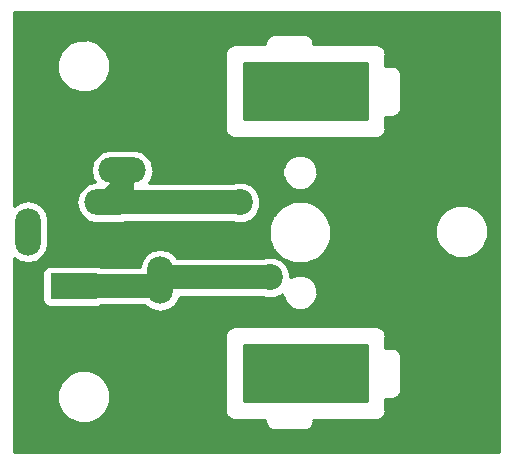
<source format=gtl>
G04 #@! TF.GenerationSoftware,KiCad,Pcbnew,(5.0.2)-1*
G04 #@! TF.CreationDate,2019-03-01T20:36:07+00:00*
G04 #@! TF.ProjectId,CherrySwitch,43686572-7279-4537-9769-7463682e6b69,rev?*
G04 #@! TF.SameCoordinates,Original*
G04 #@! TF.FileFunction,Copper,L1,Top*
G04 #@! TF.FilePolarity,Positive*
%FSLAX46Y46*%
G04 Gerber Fmt 4.6, Leading zero omitted, Abs format (unit mm)*
G04 Created by KiCad (PCBNEW (5.0.2)-1) date 01/03/2019 20:36:07*
%MOMM*%
%LPD*%
G01*
G04 APERTURE LIST*
G04 #@! TA.AperFunction,ComponentPad*
%ADD10R,4.000000X2.200000*%
G04 #@! TD*
G04 #@! TA.AperFunction,ComponentPad*
%ADD11O,2.200000X4.000000*%
G04 #@! TD*
G04 #@! TA.AperFunction,ComponentPad*
%ADD12O,4.000000X2.200000*%
G04 #@! TD*
G04 #@! TA.AperFunction,ComponentPad*
%ADD13C,2.200000*%
G04 #@! TD*
G04 #@! TA.AperFunction,Conductor*
%ADD14C,2.000000*%
G04 #@! TD*
G04 #@! TA.AperFunction,NonConductor*
%ADD15C,0.254000*%
G04 #@! TD*
G04 APERTURE END LIST*
D10*
G04 #@! TO.P,J1,T*
G04 #@! TO.N,Net-(J1-PadT)*
X126893001Y-72893001D03*
D11*
G04 #@! TO.P,J1,TN*
X134193001Y-72393001D03*
D12*
G04 #@! TO.P,J1,RN*
G04 #@! TO.N,Net-(J1-PadR)*
X129793001Y-65793001D03*
G04 #@! TO.P,J1,R*
X130993001Y-63093001D03*
D11*
G04 #@! TO.P,J1,S*
G04 #@! TO.N,Net-(J1-PadS)*
X122993001Y-68293001D03*
G04 #@! TD*
D13*
G04 #@! TO.P,SW1,1*
G04 #@! TO.N,Net-(J1-PadR)*
X140970000Y-65786000D03*
G04 #@! TO.P,SW1,2*
G04 #@! TO.N,Net-(J1-PadT)*
X143510000Y-72136000D03*
G04 #@! TD*
D14*
G04 #@! TO.N,Net-(J1-PadT)*
X143510000Y-72136000D02*
X134450002Y-72136000D01*
X134450002Y-72136000D02*
X133693001Y-72893001D01*
X133693001Y-72893001D02*
X126893001Y-72893001D01*
G04 #@! TO.N,Net-(J1-PadR)*
X140970000Y-65786000D02*
X129800002Y-65786000D01*
X129800002Y-65786000D02*
X130993001Y-64593001D01*
X130993001Y-64593001D02*
X130993001Y-63093001D01*
G04 #@! TD*
D15*
G36*
X162916000Y-86970000D02*
X121818000Y-86970000D01*
X121818000Y-81842346D01*
X125507974Y-81842346D01*
X125515000Y-82268390D01*
X125515000Y-82694569D01*
X125522320Y-82712240D01*
X125522635Y-82731363D01*
X125834640Y-83484610D01*
X125844347Y-83489682D01*
X125855259Y-83516026D01*
X126483974Y-84144741D01*
X126510318Y-84155653D01*
X126515390Y-84165360D01*
X126911708Y-84321914D01*
X127305431Y-84485000D01*
X127324560Y-84485000D01*
X127342346Y-84492026D01*
X127768390Y-84485000D01*
X128194569Y-84485000D01*
X128212240Y-84477680D01*
X128231363Y-84477365D01*
X128984610Y-84165360D01*
X128989682Y-84155653D01*
X129016026Y-84144741D01*
X129644741Y-83516026D01*
X129655653Y-83489682D01*
X129665360Y-83484610D01*
X129821914Y-83088292D01*
X129985000Y-82694569D01*
X129985000Y-82675440D01*
X129992026Y-82657654D01*
X129985000Y-82231610D01*
X129985000Y-81805431D01*
X129977680Y-81787760D01*
X129977365Y-81768637D01*
X129665360Y-81015390D01*
X129655653Y-81010318D01*
X129644741Y-80983974D01*
X129016026Y-80355259D01*
X128989682Y-80344347D01*
X128984610Y-80334640D01*
X128588292Y-80178086D01*
X128194569Y-80015000D01*
X128175440Y-80015000D01*
X128157654Y-80007974D01*
X127731610Y-80015000D01*
X127305431Y-80015000D01*
X127287760Y-80022320D01*
X127268637Y-80022635D01*
X126515390Y-80334640D01*
X126510318Y-80344347D01*
X126483974Y-80355259D01*
X125855259Y-80983974D01*
X125844347Y-81010318D01*
X125834640Y-81015390D01*
X125678086Y-81411708D01*
X125515000Y-81805431D01*
X125515000Y-81824560D01*
X125507974Y-81842346D01*
X121818000Y-81842346D01*
X121818000Y-77089000D01*
X139709974Y-77089000D01*
X139725400Y-77166552D01*
X139725401Y-80391000D01*
X139725400Y-80391000D01*
X139725400Y-83361448D01*
X139709974Y-83439000D01*
X139725400Y-83516552D01*
X139725400Y-83566000D01*
X139746529Y-83622778D01*
X139771085Y-83746228D01*
X139819353Y-83818467D01*
X139833938Y-83857658D01*
X139855377Y-83880719D01*
X139866221Y-83905973D01*
X139896848Y-83934446D01*
X139945116Y-84006684D01*
X140017354Y-84054952D01*
X140045827Y-84085579D01*
X140071081Y-84096423D01*
X140094142Y-84117862D01*
X140133333Y-84132447D01*
X140205572Y-84180715D01*
X140329022Y-84205270D01*
X140385800Y-84226400D01*
X140435248Y-84226400D01*
X140512800Y-84241826D01*
X140590352Y-84226400D01*
X143128731Y-84226400D01*
X143113574Y-84302600D01*
X143129000Y-84380152D01*
X143129000Y-84429600D01*
X143150129Y-84486378D01*
X143174685Y-84609828D01*
X143222953Y-84682067D01*
X143237538Y-84721258D01*
X143258977Y-84744319D01*
X143269821Y-84769573D01*
X143300448Y-84798046D01*
X143348716Y-84870284D01*
X143420954Y-84918552D01*
X143449427Y-84949179D01*
X143474681Y-84960023D01*
X143497742Y-84981462D01*
X143536933Y-84996047D01*
X143609172Y-85044315D01*
X143732622Y-85068870D01*
X143789400Y-85090000D01*
X143838848Y-85090000D01*
X143916400Y-85105426D01*
X143993952Y-85090000D01*
X146328048Y-85090000D01*
X146405600Y-85105426D01*
X146483152Y-85090000D01*
X146532600Y-85090000D01*
X146589378Y-85068870D01*
X146712828Y-85044315D01*
X146785067Y-84996047D01*
X146824258Y-84981462D01*
X146847319Y-84960023D01*
X146872573Y-84949179D01*
X146901046Y-84918552D01*
X146973284Y-84870284D01*
X147021552Y-84798046D01*
X147052179Y-84769573D01*
X147063023Y-84744319D01*
X147084462Y-84721258D01*
X147099047Y-84682067D01*
X147147315Y-84609828D01*
X147171871Y-84486378D01*
X147193000Y-84429600D01*
X147193000Y-84380152D01*
X147208426Y-84302600D01*
X147193269Y-84226400D01*
X152424048Y-84226400D01*
X152501600Y-84241826D01*
X152579152Y-84226400D01*
X152628600Y-84226400D01*
X152685378Y-84205270D01*
X152808828Y-84180715D01*
X152881067Y-84132447D01*
X152920258Y-84117862D01*
X152943319Y-84096423D01*
X152968573Y-84085579D01*
X152997046Y-84054952D01*
X153069284Y-84006684D01*
X153117552Y-83934446D01*
X153148179Y-83905973D01*
X153159023Y-83880719D01*
X153180462Y-83857658D01*
X153195047Y-83818467D01*
X153243315Y-83746228D01*
X153267871Y-83622778D01*
X153289000Y-83566000D01*
X153289000Y-83516552D01*
X153304426Y-83439000D01*
X153289000Y-83361448D01*
X153289000Y-82423000D01*
X153744848Y-82423000D01*
X153822400Y-82438426D01*
X154129628Y-82377315D01*
X154240784Y-82303043D01*
X154289373Y-82282179D01*
X154317846Y-82251552D01*
X154390084Y-82203284D01*
X154460012Y-82098629D01*
X154501262Y-82054258D01*
X154515847Y-82015067D01*
X154564115Y-81942828D01*
X154588670Y-81819378D01*
X154609800Y-81762600D01*
X154609800Y-78765400D01*
X154588670Y-78708622D01*
X154564115Y-78585172D01*
X154515847Y-78512933D01*
X154501262Y-78473742D01*
X154460012Y-78429371D01*
X154390084Y-78324716D01*
X154317846Y-78276448D01*
X154289373Y-78245821D01*
X154240783Y-78224957D01*
X154129627Y-78150685D01*
X153822400Y-78089574D01*
X153744848Y-78105000D01*
X153289000Y-78105000D01*
X153289000Y-77166552D01*
X153304426Y-77089000D01*
X153289000Y-77011448D01*
X153289000Y-76962000D01*
X153267871Y-76905222D01*
X153243315Y-76781772D01*
X153195047Y-76709533D01*
X153180462Y-76670342D01*
X153159023Y-76647281D01*
X153148179Y-76622027D01*
X153117552Y-76593554D01*
X153069284Y-76521316D01*
X152997046Y-76473048D01*
X152968573Y-76442421D01*
X152943319Y-76431577D01*
X152920258Y-76410138D01*
X152881067Y-76395553D01*
X152808828Y-76347285D01*
X152685378Y-76322730D01*
X152628600Y-76301600D01*
X152579152Y-76301600D01*
X152501600Y-76286174D01*
X152424048Y-76301600D01*
X140590352Y-76301600D01*
X140512800Y-76286174D01*
X140435248Y-76301600D01*
X140385800Y-76301600D01*
X140329022Y-76322730D01*
X140205572Y-76347285D01*
X140133333Y-76395553D01*
X140094142Y-76410138D01*
X140071081Y-76431577D01*
X140045827Y-76442421D01*
X140017354Y-76473048D01*
X139945116Y-76521316D01*
X139896848Y-76593554D01*
X139866221Y-76622027D01*
X139855377Y-76647281D01*
X139833938Y-76670342D01*
X139819353Y-76709533D01*
X139771085Y-76781772D01*
X139746529Y-76905222D01*
X139725400Y-76962000D01*
X139725400Y-77011448D01*
X139709974Y-77089000D01*
X121818000Y-77089000D01*
X121818000Y-71793001D01*
X124245561Y-71793001D01*
X124245561Y-73993001D01*
X124294844Y-74240766D01*
X124435192Y-74450810D01*
X124645236Y-74591158D01*
X124893001Y-74640441D01*
X128893001Y-74640441D01*
X129140766Y-74591158D01*
X129235286Y-74528001D01*
X132931536Y-74528001D01*
X132942137Y-74543866D01*
X133516039Y-74927335D01*
X134193001Y-75061991D01*
X134869964Y-74927335D01*
X135443866Y-74543866D01*
X135827335Y-73969964D01*
X135866911Y-73771000D01*
X142923465Y-73771000D01*
X143164887Y-73871000D01*
X143855113Y-73871000D01*
X144492799Y-73606862D01*
X144565000Y-73534661D01*
X144565000Y-73701385D01*
X144578149Y-73733130D01*
X144579685Y-73767458D01*
X144754741Y-74190080D01*
X144769358Y-74194749D01*
X144791078Y-74247185D01*
X145208815Y-74664922D01*
X145261251Y-74686642D01*
X145265920Y-74701259D01*
X145512392Y-74790668D01*
X145754615Y-74891000D01*
X145788976Y-74891000D01*
X145821279Y-74902718D01*
X146083208Y-74891000D01*
X146345385Y-74891000D01*
X146377130Y-74877851D01*
X146411458Y-74876315D01*
X146834080Y-74701259D01*
X146838749Y-74686642D01*
X146891185Y-74664922D01*
X147308922Y-74247185D01*
X147330642Y-74194749D01*
X147345259Y-74190080D01*
X147434668Y-73943608D01*
X147535000Y-73701385D01*
X147535000Y-73667024D01*
X147546718Y-73634721D01*
X147535000Y-73372792D01*
X147535000Y-73110615D01*
X147521851Y-73078870D01*
X147520315Y-73044542D01*
X147345259Y-72621920D01*
X147330642Y-72617251D01*
X147308922Y-72564815D01*
X146891185Y-72147078D01*
X146838749Y-72125358D01*
X146834080Y-72110741D01*
X146587608Y-72021332D01*
X146345385Y-71921000D01*
X146311024Y-71921000D01*
X146278721Y-71909282D01*
X146016792Y-71921000D01*
X145754615Y-71921000D01*
X145722870Y-71934149D01*
X145688542Y-71935685D01*
X145265920Y-72110741D01*
X145261251Y-72125358D01*
X145245000Y-72132090D01*
X145245000Y-71790887D01*
X144980862Y-71153201D01*
X144492799Y-70665138D01*
X143855113Y-70401000D01*
X143164887Y-70401000D01*
X142923465Y-70501000D01*
X135616833Y-70501000D01*
X135443866Y-70242136D01*
X134869963Y-69858667D01*
X134193001Y-69724011D01*
X133516038Y-69858667D01*
X132942136Y-70242136D01*
X132558667Y-70816039D01*
X132470755Y-71258001D01*
X129235286Y-71258001D01*
X129140766Y-71194844D01*
X128893001Y-71145561D01*
X124893001Y-71145561D01*
X124645236Y-71194844D01*
X124435192Y-71335192D01*
X124294844Y-71545236D01*
X124245561Y-71793001D01*
X121818000Y-71793001D01*
X121818000Y-70494556D01*
X122316039Y-70827335D01*
X122993001Y-70961991D01*
X123669964Y-70827335D01*
X124243866Y-70443866D01*
X124627335Y-69869964D01*
X124728001Y-69363881D01*
X124728001Y-67823012D01*
X143410881Y-67823012D01*
X143415000Y-68336655D01*
X143415000Y-68850134D01*
X143419199Y-68860271D01*
X143419287Y-68871247D01*
X143804257Y-69800647D01*
X143810175Y-69804171D01*
X143816155Y-69818608D01*
X144557392Y-70559845D01*
X144571829Y-70565825D01*
X144575353Y-70571743D01*
X145051483Y-70764504D01*
X145525866Y-70961000D01*
X145536838Y-70961000D01*
X145547012Y-70965119D01*
X146060655Y-70961000D01*
X146574134Y-70961000D01*
X146584271Y-70956801D01*
X146595247Y-70956713D01*
X147524647Y-70571743D01*
X147528171Y-70565825D01*
X147542608Y-70559845D01*
X148283845Y-69818608D01*
X148289825Y-69804171D01*
X148295743Y-69800647D01*
X148488504Y-69324517D01*
X148685000Y-68850134D01*
X148685000Y-68839162D01*
X148689119Y-68828988D01*
X148685000Y-68315345D01*
X148685000Y-67842346D01*
X157507974Y-67842346D01*
X157515000Y-68268390D01*
X157515000Y-68694569D01*
X157522320Y-68712240D01*
X157522635Y-68731363D01*
X157834640Y-69484610D01*
X157844347Y-69489682D01*
X157855259Y-69516026D01*
X158483974Y-70144741D01*
X158510318Y-70155653D01*
X158515390Y-70165360D01*
X158911708Y-70321914D01*
X159305431Y-70485000D01*
X159324560Y-70485000D01*
X159342346Y-70492026D01*
X159768390Y-70485000D01*
X160194569Y-70485000D01*
X160212240Y-70477680D01*
X160231363Y-70477365D01*
X160984610Y-70165360D01*
X160989682Y-70155653D01*
X161016026Y-70144741D01*
X161644741Y-69516026D01*
X161655653Y-69489682D01*
X161665360Y-69484610D01*
X161821914Y-69088292D01*
X161985000Y-68694569D01*
X161985000Y-68675440D01*
X161992026Y-68657654D01*
X161985000Y-68231610D01*
X161985000Y-67805431D01*
X161977680Y-67787760D01*
X161977365Y-67768637D01*
X161665360Y-67015390D01*
X161655653Y-67010318D01*
X161644741Y-66983974D01*
X161016026Y-66355259D01*
X160989682Y-66344347D01*
X160984610Y-66334640D01*
X160588292Y-66178086D01*
X160194569Y-66015000D01*
X160175440Y-66015000D01*
X160157654Y-66007974D01*
X159731610Y-66015000D01*
X159305431Y-66015000D01*
X159287760Y-66022320D01*
X159268637Y-66022635D01*
X158515390Y-66334640D01*
X158510318Y-66344347D01*
X158483974Y-66355259D01*
X157855259Y-66983974D01*
X157844347Y-67010318D01*
X157834640Y-67015390D01*
X157678086Y-67411708D01*
X157515000Y-67805431D01*
X157515000Y-67824560D01*
X157507974Y-67842346D01*
X148685000Y-67842346D01*
X148685000Y-67801866D01*
X148680801Y-67791729D01*
X148680713Y-67780753D01*
X148295743Y-66851353D01*
X148289825Y-66847829D01*
X148283845Y-66833392D01*
X147542608Y-66092155D01*
X147528171Y-66086175D01*
X147524647Y-66080257D01*
X147048517Y-65887496D01*
X146574134Y-65691000D01*
X146563162Y-65691000D01*
X146552988Y-65686881D01*
X146039345Y-65691000D01*
X145525866Y-65691000D01*
X145515729Y-65695199D01*
X145504753Y-65695287D01*
X144575353Y-66080257D01*
X144571829Y-66086175D01*
X144557392Y-66092155D01*
X143816155Y-66833392D01*
X143810175Y-66847829D01*
X143804257Y-66851353D01*
X143611496Y-67327483D01*
X143415000Y-67801866D01*
X143415000Y-67812838D01*
X143410881Y-67823012D01*
X124728001Y-67823012D01*
X124728001Y-67222121D01*
X124627335Y-66716038D01*
X124243866Y-66142136D01*
X123721348Y-65793001D01*
X127124011Y-65793001D01*
X127258667Y-66469964D01*
X127642136Y-67043866D01*
X128216038Y-67427335D01*
X128722121Y-67528001D01*
X130863881Y-67528001D01*
X131369964Y-67427335D01*
X131379445Y-67421000D01*
X140383465Y-67421000D01*
X140624887Y-67521000D01*
X141315113Y-67521000D01*
X141952799Y-67256862D01*
X142440862Y-66768799D01*
X142705000Y-66131113D01*
X142705000Y-65440887D01*
X142440862Y-64803201D01*
X141952799Y-64315138D01*
X141315113Y-64051000D01*
X140624887Y-64051000D01*
X140383465Y-64151000D01*
X133272735Y-64151000D01*
X133527335Y-63769964D01*
X133661991Y-63093001D01*
X133646929Y-63017279D01*
X144553282Y-63017279D01*
X144565000Y-63279208D01*
X144565000Y-63541385D01*
X144578149Y-63573130D01*
X144579685Y-63607458D01*
X144754741Y-64030080D01*
X144769358Y-64034749D01*
X144791078Y-64087185D01*
X145208815Y-64504922D01*
X145261251Y-64526642D01*
X145265920Y-64541259D01*
X145512392Y-64630668D01*
X145754615Y-64731000D01*
X145788976Y-64731000D01*
X145821279Y-64742718D01*
X146083208Y-64731000D01*
X146345385Y-64731000D01*
X146377130Y-64717851D01*
X146411458Y-64716315D01*
X146834080Y-64541259D01*
X146838749Y-64526642D01*
X146891185Y-64504922D01*
X147308922Y-64087185D01*
X147330642Y-64034749D01*
X147345259Y-64030080D01*
X147434668Y-63783608D01*
X147535000Y-63541385D01*
X147535000Y-63507024D01*
X147546718Y-63474721D01*
X147535000Y-63212792D01*
X147535000Y-62950615D01*
X147521851Y-62918870D01*
X147520315Y-62884542D01*
X147345259Y-62461920D01*
X147330642Y-62457251D01*
X147308922Y-62404815D01*
X146891185Y-61987078D01*
X146838749Y-61965358D01*
X146834080Y-61950741D01*
X146587608Y-61861332D01*
X146345385Y-61761000D01*
X146311024Y-61761000D01*
X146278721Y-61749282D01*
X146016792Y-61761000D01*
X145754615Y-61761000D01*
X145722870Y-61774149D01*
X145688542Y-61775685D01*
X145265920Y-61950741D01*
X145261251Y-61965358D01*
X145208815Y-61987078D01*
X144791078Y-62404815D01*
X144769358Y-62457251D01*
X144754741Y-62461920D01*
X144665332Y-62708392D01*
X144565000Y-62950615D01*
X144565000Y-62984976D01*
X144553282Y-63017279D01*
X133646929Y-63017279D01*
X133527335Y-62416038D01*
X133143866Y-61842136D01*
X132569964Y-61458667D01*
X132063881Y-61358001D01*
X129922121Y-61358001D01*
X129416038Y-61458667D01*
X128842136Y-61842136D01*
X128458667Y-62416038D01*
X128324011Y-63093001D01*
X128458667Y-63769964D01*
X128659456Y-64070466D01*
X128216038Y-64158667D01*
X127642136Y-64542136D01*
X127258667Y-65116038D01*
X127124011Y-65793001D01*
X123721348Y-65793001D01*
X123669963Y-65758667D01*
X122993001Y-65624011D01*
X122316038Y-65758667D01*
X121818000Y-66091445D01*
X121818000Y-53842346D01*
X125507974Y-53842346D01*
X125515000Y-54268390D01*
X125515000Y-54694569D01*
X125522320Y-54712240D01*
X125522635Y-54731363D01*
X125834640Y-55484610D01*
X125844347Y-55489682D01*
X125855259Y-55516026D01*
X126483974Y-56144741D01*
X126510318Y-56155653D01*
X126515390Y-56165360D01*
X126911708Y-56321914D01*
X127305431Y-56485000D01*
X127324560Y-56485000D01*
X127342346Y-56492026D01*
X127768390Y-56485000D01*
X128194569Y-56485000D01*
X128212240Y-56477680D01*
X128231363Y-56477365D01*
X128984610Y-56165360D01*
X128989682Y-56155653D01*
X129016026Y-56144741D01*
X129644741Y-55516026D01*
X129655653Y-55489682D01*
X129665360Y-55484610D01*
X129821914Y-55088292D01*
X129985000Y-54694569D01*
X129985000Y-54675440D01*
X129992026Y-54657654D01*
X129985000Y-54231610D01*
X129985000Y-53805431D01*
X129977680Y-53787760D01*
X129977365Y-53768637D01*
X129747213Y-53213000D01*
X139709974Y-53213000D01*
X139725400Y-53290552D01*
X139725401Y-56515000D01*
X139725400Y-56515000D01*
X139725400Y-59485448D01*
X139709974Y-59563000D01*
X139725400Y-59640552D01*
X139725400Y-59690000D01*
X139746529Y-59746778D01*
X139771085Y-59870228D01*
X139819353Y-59942467D01*
X139833938Y-59981658D01*
X139855377Y-60004719D01*
X139866221Y-60029973D01*
X139896848Y-60058446D01*
X139945116Y-60130684D01*
X140017354Y-60178952D01*
X140045827Y-60209579D01*
X140071081Y-60220423D01*
X140094142Y-60241862D01*
X140133333Y-60256447D01*
X140205572Y-60304715D01*
X140329022Y-60329270D01*
X140385800Y-60350400D01*
X140435248Y-60350400D01*
X140512800Y-60365826D01*
X140590352Y-60350400D01*
X152424048Y-60350400D01*
X152501600Y-60365826D01*
X152579152Y-60350400D01*
X152628600Y-60350400D01*
X152685378Y-60329270D01*
X152808828Y-60304715D01*
X152881067Y-60256447D01*
X152920258Y-60241862D01*
X152943319Y-60220423D01*
X152968573Y-60209579D01*
X152997046Y-60178952D01*
X153069284Y-60130684D01*
X153117552Y-60058446D01*
X153148179Y-60029973D01*
X153159023Y-60004719D01*
X153180462Y-59981658D01*
X153195047Y-59942467D01*
X153243315Y-59870228D01*
X153267871Y-59746778D01*
X153289000Y-59690000D01*
X153289000Y-59640552D01*
X153304426Y-59563000D01*
X153289000Y-59485448D01*
X153289000Y-58547000D01*
X153744848Y-58547000D01*
X153822400Y-58562426D01*
X154129628Y-58501315D01*
X154240784Y-58427043D01*
X154289373Y-58406179D01*
X154317846Y-58375552D01*
X154390084Y-58327284D01*
X154460012Y-58222629D01*
X154501262Y-58178258D01*
X154515847Y-58139067D01*
X154564115Y-58066828D01*
X154588670Y-57943378D01*
X154609800Y-57886600D01*
X154609800Y-54889400D01*
X154588670Y-54832622D01*
X154564115Y-54709172D01*
X154515847Y-54636933D01*
X154501262Y-54597742D01*
X154460012Y-54553371D01*
X154390084Y-54448716D01*
X154317846Y-54400448D01*
X154289373Y-54369821D01*
X154240783Y-54348957D01*
X154129627Y-54274685D01*
X153822400Y-54213574D01*
X153744848Y-54229000D01*
X153289000Y-54229000D01*
X153289000Y-53290552D01*
X153304426Y-53213000D01*
X153289000Y-53135448D01*
X153289000Y-53086000D01*
X153267871Y-53029222D01*
X153243315Y-52905772D01*
X153195047Y-52833533D01*
X153180462Y-52794342D01*
X153159023Y-52771281D01*
X153148179Y-52746027D01*
X153117552Y-52717554D01*
X153069284Y-52645316D01*
X152997046Y-52597048D01*
X152968573Y-52566421D01*
X152943319Y-52555577D01*
X152920258Y-52534138D01*
X152881067Y-52519553D01*
X152808828Y-52471285D01*
X152685378Y-52446730D01*
X152628600Y-52425600D01*
X152579152Y-52425600D01*
X152501600Y-52410174D01*
X152424048Y-52425600D01*
X147193269Y-52425600D01*
X147208426Y-52349400D01*
X147193000Y-52271848D01*
X147193000Y-52222400D01*
X147171871Y-52165622D01*
X147147315Y-52042172D01*
X147099047Y-51969933D01*
X147084462Y-51930742D01*
X147063023Y-51907681D01*
X147052179Y-51882427D01*
X147021552Y-51853954D01*
X146973284Y-51781716D01*
X146901046Y-51733448D01*
X146872573Y-51702821D01*
X146847319Y-51691977D01*
X146824258Y-51670538D01*
X146785067Y-51655953D01*
X146712828Y-51607685D01*
X146589378Y-51583130D01*
X146532600Y-51562000D01*
X146483152Y-51562000D01*
X146405600Y-51546574D01*
X146328048Y-51562000D01*
X143993952Y-51562000D01*
X143916400Y-51546574D01*
X143838848Y-51562000D01*
X143789400Y-51562000D01*
X143732622Y-51583130D01*
X143609172Y-51607685D01*
X143536933Y-51655953D01*
X143497742Y-51670538D01*
X143474681Y-51691977D01*
X143449427Y-51702821D01*
X143420954Y-51733448D01*
X143348716Y-51781716D01*
X143300448Y-51853954D01*
X143269821Y-51882427D01*
X143258977Y-51907681D01*
X143237538Y-51930742D01*
X143222953Y-51969933D01*
X143174685Y-52042172D01*
X143150129Y-52165622D01*
X143129000Y-52222400D01*
X143129000Y-52271848D01*
X143113574Y-52349400D01*
X143128731Y-52425600D01*
X140590352Y-52425600D01*
X140512800Y-52410174D01*
X140435248Y-52425600D01*
X140385800Y-52425600D01*
X140329022Y-52446730D01*
X140205572Y-52471285D01*
X140133333Y-52519553D01*
X140094142Y-52534138D01*
X140071081Y-52555577D01*
X140045827Y-52566421D01*
X140017354Y-52597048D01*
X139945116Y-52645316D01*
X139896848Y-52717554D01*
X139866221Y-52746027D01*
X139855377Y-52771281D01*
X139833938Y-52794342D01*
X139819353Y-52833533D01*
X139771085Y-52905772D01*
X139746529Y-53029222D01*
X139725400Y-53086000D01*
X139725400Y-53135448D01*
X139709974Y-53213000D01*
X129747213Y-53213000D01*
X129665360Y-53015390D01*
X129655653Y-53010318D01*
X129644741Y-52983974D01*
X129016026Y-52355259D01*
X128989682Y-52344347D01*
X128984610Y-52334640D01*
X128588292Y-52178086D01*
X128194569Y-52015000D01*
X128175440Y-52015000D01*
X128157654Y-52007974D01*
X127731610Y-52015000D01*
X127305431Y-52015000D01*
X127287760Y-52022320D01*
X127268637Y-52022635D01*
X126515390Y-52334640D01*
X126510318Y-52344347D01*
X126483974Y-52355259D01*
X125855259Y-52983974D01*
X125844347Y-53010318D01*
X125834640Y-53015390D01*
X125678086Y-53411708D01*
X125515000Y-53805431D01*
X125515000Y-53824560D01*
X125507974Y-53842346D01*
X121818000Y-53842346D01*
X121818000Y-49682000D01*
X162916001Y-49682000D01*
X162916000Y-86970000D01*
X162916000Y-86970000D01*
G37*
X162916000Y-86970000D02*
X121818000Y-86970000D01*
X121818000Y-81842346D01*
X125507974Y-81842346D01*
X125515000Y-82268390D01*
X125515000Y-82694569D01*
X125522320Y-82712240D01*
X125522635Y-82731363D01*
X125834640Y-83484610D01*
X125844347Y-83489682D01*
X125855259Y-83516026D01*
X126483974Y-84144741D01*
X126510318Y-84155653D01*
X126515390Y-84165360D01*
X126911708Y-84321914D01*
X127305431Y-84485000D01*
X127324560Y-84485000D01*
X127342346Y-84492026D01*
X127768390Y-84485000D01*
X128194569Y-84485000D01*
X128212240Y-84477680D01*
X128231363Y-84477365D01*
X128984610Y-84165360D01*
X128989682Y-84155653D01*
X129016026Y-84144741D01*
X129644741Y-83516026D01*
X129655653Y-83489682D01*
X129665360Y-83484610D01*
X129821914Y-83088292D01*
X129985000Y-82694569D01*
X129985000Y-82675440D01*
X129992026Y-82657654D01*
X129985000Y-82231610D01*
X129985000Y-81805431D01*
X129977680Y-81787760D01*
X129977365Y-81768637D01*
X129665360Y-81015390D01*
X129655653Y-81010318D01*
X129644741Y-80983974D01*
X129016026Y-80355259D01*
X128989682Y-80344347D01*
X128984610Y-80334640D01*
X128588292Y-80178086D01*
X128194569Y-80015000D01*
X128175440Y-80015000D01*
X128157654Y-80007974D01*
X127731610Y-80015000D01*
X127305431Y-80015000D01*
X127287760Y-80022320D01*
X127268637Y-80022635D01*
X126515390Y-80334640D01*
X126510318Y-80344347D01*
X126483974Y-80355259D01*
X125855259Y-80983974D01*
X125844347Y-81010318D01*
X125834640Y-81015390D01*
X125678086Y-81411708D01*
X125515000Y-81805431D01*
X125515000Y-81824560D01*
X125507974Y-81842346D01*
X121818000Y-81842346D01*
X121818000Y-77089000D01*
X139709974Y-77089000D01*
X139725400Y-77166552D01*
X139725401Y-80391000D01*
X139725400Y-80391000D01*
X139725400Y-83361448D01*
X139709974Y-83439000D01*
X139725400Y-83516552D01*
X139725400Y-83566000D01*
X139746529Y-83622778D01*
X139771085Y-83746228D01*
X139819353Y-83818467D01*
X139833938Y-83857658D01*
X139855377Y-83880719D01*
X139866221Y-83905973D01*
X139896848Y-83934446D01*
X139945116Y-84006684D01*
X140017354Y-84054952D01*
X140045827Y-84085579D01*
X140071081Y-84096423D01*
X140094142Y-84117862D01*
X140133333Y-84132447D01*
X140205572Y-84180715D01*
X140329022Y-84205270D01*
X140385800Y-84226400D01*
X140435248Y-84226400D01*
X140512800Y-84241826D01*
X140590352Y-84226400D01*
X143128731Y-84226400D01*
X143113574Y-84302600D01*
X143129000Y-84380152D01*
X143129000Y-84429600D01*
X143150129Y-84486378D01*
X143174685Y-84609828D01*
X143222953Y-84682067D01*
X143237538Y-84721258D01*
X143258977Y-84744319D01*
X143269821Y-84769573D01*
X143300448Y-84798046D01*
X143348716Y-84870284D01*
X143420954Y-84918552D01*
X143449427Y-84949179D01*
X143474681Y-84960023D01*
X143497742Y-84981462D01*
X143536933Y-84996047D01*
X143609172Y-85044315D01*
X143732622Y-85068870D01*
X143789400Y-85090000D01*
X143838848Y-85090000D01*
X143916400Y-85105426D01*
X143993952Y-85090000D01*
X146328048Y-85090000D01*
X146405600Y-85105426D01*
X146483152Y-85090000D01*
X146532600Y-85090000D01*
X146589378Y-85068870D01*
X146712828Y-85044315D01*
X146785067Y-84996047D01*
X146824258Y-84981462D01*
X146847319Y-84960023D01*
X146872573Y-84949179D01*
X146901046Y-84918552D01*
X146973284Y-84870284D01*
X147021552Y-84798046D01*
X147052179Y-84769573D01*
X147063023Y-84744319D01*
X147084462Y-84721258D01*
X147099047Y-84682067D01*
X147147315Y-84609828D01*
X147171871Y-84486378D01*
X147193000Y-84429600D01*
X147193000Y-84380152D01*
X147208426Y-84302600D01*
X147193269Y-84226400D01*
X152424048Y-84226400D01*
X152501600Y-84241826D01*
X152579152Y-84226400D01*
X152628600Y-84226400D01*
X152685378Y-84205270D01*
X152808828Y-84180715D01*
X152881067Y-84132447D01*
X152920258Y-84117862D01*
X152943319Y-84096423D01*
X152968573Y-84085579D01*
X152997046Y-84054952D01*
X153069284Y-84006684D01*
X153117552Y-83934446D01*
X153148179Y-83905973D01*
X153159023Y-83880719D01*
X153180462Y-83857658D01*
X153195047Y-83818467D01*
X153243315Y-83746228D01*
X153267871Y-83622778D01*
X153289000Y-83566000D01*
X153289000Y-83516552D01*
X153304426Y-83439000D01*
X153289000Y-83361448D01*
X153289000Y-82423000D01*
X153744848Y-82423000D01*
X153822400Y-82438426D01*
X154129628Y-82377315D01*
X154240784Y-82303043D01*
X154289373Y-82282179D01*
X154317846Y-82251552D01*
X154390084Y-82203284D01*
X154460012Y-82098629D01*
X154501262Y-82054258D01*
X154515847Y-82015067D01*
X154564115Y-81942828D01*
X154588670Y-81819378D01*
X154609800Y-81762600D01*
X154609800Y-78765400D01*
X154588670Y-78708622D01*
X154564115Y-78585172D01*
X154515847Y-78512933D01*
X154501262Y-78473742D01*
X154460012Y-78429371D01*
X154390084Y-78324716D01*
X154317846Y-78276448D01*
X154289373Y-78245821D01*
X154240783Y-78224957D01*
X154129627Y-78150685D01*
X153822400Y-78089574D01*
X153744848Y-78105000D01*
X153289000Y-78105000D01*
X153289000Y-77166552D01*
X153304426Y-77089000D01*
X153289000Y-77011448D01*
X153289000Y-76962000D01*
X153267871Y-76905222D01*
X153243315Y-76781772D01*
X153195047Y-76709533D01*
X153180462Y-76670342D01*
X153159023Y-76647281D01*
X153148179Y-76622027D01*
X153117552Y-76593554D01*
X153069284Y-76521316D01*
X152997046Y-76473048D01*
X152968573Y-76442421D01*
X152943319Y-76431577D01*
X152920258Y-76410138D01*
X152881067Y-76395553D01*
X152808828Y-76347285D01*
X152685378Y-76322730D01*
X152628600Y-76301600D01*
X152579152Y-76301600D01*
X152501600Y-76286174D01*
X152424048Y-76301600D01*
X140590352Y-76301600D01*
X140512800Y-76286174D01*
X140435248Y-76301600D01*
X140385800Y-76301600D01*
X140329022Y-76322730D01*
X140205572Y-76347285D01*
X140133333Y-76395553D01*
X140094142Y-76410138D01*
X140071081Y-76431577D01*
X140045827Y-76442421D01*
X140017354Y-76473048D01*
X139945116Y-76521316D01*
X139896848Y-76593554D01*
X139866221Y-76622027D01*
X139855377Y-76647281D01*
X139833938Y-76670342D01*
X139819353Y-76709533D01*
X139771085Y-76781772D01*
X139746529Y-76905222D01*
X139725400Y-76962000D01*
X139725400Y-77011448D01*
X139709974Y-77089000D01*
X121818000Y-77089000D01*
X121818000Y-71793001D01*
X124245561Y-71793001D01*
X124245561Y-73993001D01*
X124294844Y-74240766D01*
X124435192Y-74450810D01*
X124645236Y-74591158D01*
X124893001Y-74640441D01*
X128893001Y-74640441D01*
X129140766Y-74591158D01*
X129235286Y-74528001D01*
X132931536Y-74528001D01*
X132942137Y-74543866D01*
X133516039Y-74927335D01*
X134193001Y-75061991D01*
X134869964Y-74927335D01*
X135443866Y-74543866D01*
X135827335Y-73969964D01*
X135866911Y-73771000D01*
X142923465Y-73771000D01*
X143164887Y-73871000D01*
X143855113Y-73871000D01*
X144492799Y-73606862D01*
X144565000Y-73534661D01*
X144565000Y-73701385D01*
X144578149Y-73733130D01*
X144579685Y-73767458D01*
X144754741Y-74190080D01*
X144769358Y-74194749D01*
X144791078Y-74247185D01*
X145208815Y-74664922D01*
X145261251Y-74686642D01*
X145265920Y-74701259D01*
X145512392Y-74790668D01*
X145754615Y-74891000D01*
X145788976Y-74891000D01*
X145821279Y-74902718D01*
X146083208Y-74891000D01*
X146345385Y-74891000D01*
X146377130Y-74877851D01*
X146411458Y-74876315D01*
X146834080Y-74701259D01*
X146838749Y-74686642D01*
X146891185Y-74664922D01*
X147308922Y-74247185D01*
X147330642Y-74194749D01*
X147345259Y-74190080D01*
X147434668Y-73943608D01*
X147535000Y-73701385D01*
X147535000Y-73667024D01*
X147546718Y-73634721D01*
X147535000Y-73372792D01*
X147535000Y-73110615D01*
X147521851Y-73078870D01*
X147520315Y-73044542D01*
X147345259Y-72621920D01*
X147330642Y-72617251D01*
X147308922Y-72564815D01*
X146891185Y-72147078D01*
X146838749Y-72125358D01*
X146834080Y-72110741D01*
X146587608Y-72021332D01*
X146345385Y-71921000D01*
X146311024Y-71921000D01*
X146278721Y-71909282D01*
X146016792Y-71921000D01*
X145754615Y-71921000D01*
X145722870Y-71934149D01*
X145688542Y-71935685D01*
X145265920Y-72110741D01*
X145261251Y-72125358D01*
X145245000Y-72132090D01*
X145245000Y-71790887D01*
X144980862Y-71153201D01*
X144492799Y-70665138D01*
X143855113Y-70401000D01*
X143164887Y-70401000D01*
X142923465Y-70501000D01*
X135616833Y-70501000D01*
X135443866Y-70242136D01*
X134869963Y-69858667D01*
X134193001Y-69724011D01*
X133516038Y-69858667D01*
X132942136Y-70242136D01*
X132558667Y-70816039D01*
X132470755Y-71258001D01*
X129235286Y-71258001D01*
X129140766Y-71194844D01*
X128893001Y-71145561D01*
X124893001Y-71145561D01*
X124645236Y-71194844D01*
X124435192Y-71335192D01*
X124294844Y-71545236D01*
X124245561Y-71793001D01*
X121818000Y-71793001D01*
X121818000Y-70494556D01*
X122316039Y-70827335D01*
X122993001Y-70961991D01*
X123669964Y-70827335D01*
X124243866Y-70443866D01*
X124627335Y-69869964D01*
X124728001Y-69363881D01*
X124728001Y-67823012D01*
X143410881Y-67823012D01*
X143415000Y-68336655D01*
X143415000Y-68850134D01*
X143419199Y-68860271D01*
X143419287Y-68871247D01*
X143804257Y-69800647D01*
X143810175Y-69804171D01*
X143816155Y-69818608D01*
X144557392Y-70559845D01*
X144571829Y-70565825D01*
X144575353Y-70571743D01*
X145051483Y-70764504D01*
X145525866Y-70961000D01*
X145536838Y-70961000D01*
X145547012Y-70965119D01*
X146060655Y-70961000D01*
X146574134Y-70961000D01*
X146584271Y-70956801D01*
X146595247Y-70956713D01*
X147524647Y-70571743D01*
X147528171Y-70565825D01*
X147542608Y-70559845D01*
X148283845Y-69818608D01*
X148289825Y-69804171D01*
X148295743Y-69800647D01*
X148488504Y-69324517D01*
X148685000Y-68850134D01*
X148685000Y-68839162D01*
X148689119Y-68828988D01*
X148685000Y-68315345D01*
X148685000Y-67842346D01*
X157507974Y-67842346D01*
X157515000Y-68268390D01*
X157515000Y-68694569D01*
X157522320Y-68712240D01*
X157522635Y-68731363D01*
X157834640Y-69484610D01*
X157844347Y-69489682D01*
X157855259Y-69516026D01*
X158483974Y-70144741D01*
X158510318Y-70155653D01*
X158515390Y-70165360D01*
X158911708Y-70321914D01*
X159305431Y-70485000D01*
X159324560Y-70485000D01*
X159342346Y-70492026D01*
X159768390Y-70485000D01*
X160194569Y-70485000D01*
X160212240Y-70477680D01*
X160231363Y-70477365D01*
X160984610Y-70165360D01*
X160989682Y-70155653D01*
X161016026Y-70144741D01*
X161644741Y-69516026D01*
X161655653Y-69489682D01*
X161665360Y-69484610D01*
X161821914Y-69088292D01*
X161985000Y-68694569D01*
X161985000Y-68675440D01*
X161992026Y-68657654D01*
X161985000Y-68231610D01*
X161985000Y-67805431D01*
X161977680Y-67787760D01*
X161977365Y-67768637D01*
X161665360Y-67015390D01*
X161655653Y-67010318D01*
X161644741Y-66983974D01*
X161016026Y-66355259D01*
X160989682Y-66344347D01*
X160984610Y-66334640D01*
X160588292Y-66178086D01*
X160194569Y-66015000D01*
X160175440Y-66015000D01*
X160157654Y-66007974D01*
X159731610Y-66015000D01*
X159305431Y-66015000D01*
X159287760Y-66022320D01*
X159268637Y-66022635D01*
X158515390Y-66334640D01*
X158510318Y-66344347D01*
X158483974Y-66355259D01*
X157855259Y-66983974D01*
X157844347Y-67010318D01*
X157834640Y-67015390D01*
X157678086Y-67411708D01*
X157515000Y-67805431D01*
X157515000Y-67824560D01*
X157507974Y-67842346D01*
X148685000Y-67842346D01*
X148685000Y-67801866D01*
X148680801Y-67791729D01*
X148680713Y-67780753D01*
X148295743Y-66851353D01*
X148289825Y-66847829D01*
X148283845Y-66833392D01*
X147542608Y-66092155D01*
X147528171Y-66086175D01*
X147524647Y-66080257D01*
X147048517Y-65887496D01*
X146574134Y-65691000D01*
X146563162Y-65691000D01*
X146552988Y-65686881D01*
X146039345Y-65691000D01*
X145525866Y-65691000D01*
X145515729Y-65695199D01*
X145504753Y-65695287D01*
X144575353Y-66080257D01*
X144571829Y-66086175D01*
X144557392Y-66092155D01*
X143816155Y-66833392D01*
X143810175Y-66847829D01*
X143804257Y-66851353D01*
X143611496Y-67327483D01*
X143415000Y-67801866D01*
X143415000Y-67812838D01*
X143410881Y-67823012D01*
X124728001Y-67823012D01*
X124728001Y-67222121D01*
X124627335Y-66716038D01*
X124243866Y-66142136D01*
X123721348Y-65793001D01*
X127124011Y-65793001D01*
X127258667Y-66469964D01*
X127642136Y-67043866D01*
X128216038Y-67427335D01*
X128722121Y-67528001D01*
X130863881Y-67528001D01*
X131369964Y-67427335D01*
X131379445Y-67421000D01*
X140383465Y-67421000D01*
X140624887Y-67521000D01*
X141315113Y-67521000D01*
X141952799Y-67256862D01*
X142440862Y-66768799D01*
X142705000Y-66131113D01*
X142705000Y-65440887D01*
X142440862Y-64803201D01*
X141952799Y-64315138D01*
X141315113Y-64051000D01*
X140624887Y-64051000D01*
X140383465Y-64151000D01*
X133272735Y-64151000D01*
X133527335Y-63769964D01*
X133661991Y-63093001D01*
X133646929Y-63017279D01*
X144553282Y-63017279D01*
X144565000Y-63279208D01*
X144565000Y-63541385D01*
X144578149Y-63573130D01*
X144579685Y-63607458D01*
X144754741Y-64030080D01*
X144769358Y-64034749D01*
X144791078Y-64087185D01*
X145208815Y-64504922D01*
X145261251Y-64526642D01*
X145265920Y-64541259D01*
X145512392Y-64630668D01*
X145754615Y-64731000D01*
X145788976Y-64731000D01*
X145821279Y-64742718D01*
X146083208Y-64731000D01*
X146345385Y-64731000D01*
X146377130Y-64717851D01*
X146411458Y-64716315D01*
X146834080Y-64541259D01*
X146838749Y-64526642D01*
X146891185Y-64504922D01*
X147308922Y-64087185D01*
X147330642Y-64034749D01*
X147345259Y-64030080D01*
X147434668Y-63783608D01*
X147535000Y-63541385D01*
X147535000Y-63507024D01*
X147546718Y-63474721D01*
X147535000Y-63212792D01*
X147535000Y-62950615D01*
X147521851Y-62918870D01*
X147520315Y-62884542D01*
X147345259Y-62461920D01*
X147330642Y-62457251D01*
X147308922Y-62404815D01*
X146891185Y-61987078D01*
X146838749Y-61965358D01*
X146834080Y-61950741D01*
X146587608Y-61861332D01*
X146345385Y-61761000D01*
X146311024Y-61761000D01*
X146278721Y-61749282D01*
X146016792Y-61761000D01*
X145754615Y-61761000D01*
X145722870Y-61774149D01*
X145688542Y-61775685D01*
X145265920Y-61950741D01*
X145261251Y-61965358D01*
X145208815Y-61987078D01*
X144791078Y-62404815D01*
X144769358Y-62457251D01*
X144754741Y-62461920D01*
X144665332Y-62708392D01*
X144565000Y-62950615D01*
X144565000Y-62984976D01*
X144553282Y-63017279D01*
X133646929Y-63017279D01*
X133527335Y-62416038D01*
X133143866Y-61842136D01*
X132569964Y-61458667D01*
X132063881Y-61358001D01*
X129922121Y-61358001D01*
X129416038Y-61458667D01*
X128842136Y-61842136D01*
X128458667Y-62416038D01*
X128324011Y-63093001D01*
X128458667Y-63769964D01*
X128659456Y-64070466D01*
X128216038Y-64158667D01*
X127642136Y-64542136D01*
X127258667Y-65116038D01*
X127124011Y-65793001D01*
X123721348Y-65793001D01*
X123669963Y-65758667D01*
X122993001Y-65624011D01*
X122316038Y-65758667D01*
X121818000Y-66091445D01*
X121818000Y-53842346D01*
X125507974Y-53842346D01*
X125515000Y-54268390D01*
X125515000Y-54694569D01*
X125522320Y-54712240D01*
X125522635Y-54731363D01*
X125834640Y-55484610D01*
X125844347Y-55489682D01*
X125855259Y-55516026D01*
X126483974Y-56144741D01*
X126510318Y-56155653D01*
X126515390Y-56165360D01*
X126911708Y-56321914D01*
X127305431Y-56485000D01*
X127324560Y-56485000D01*
X127342346Y-56492026D01*
X127768390Y-56485000D01*
X128194569Y-56485000D01*
X128212240Y-56477680D01*
X128231363Y-56477365D01*
X128984610Y-56165360D01*
X128989682Y-56155653D01*
X129016026Y-56144741D01*
X129644741Y-55516026D01*
X129655653Y-55489682D01*
X129665360Y-55484610D01*
X129821914Y-55088292D01*
X129985000Y-54694569D01*
X129985000Y-54675440D01*
X129992026Y-54657654D01*
X129985000Y-54231610D01*
X129985000Y-53805431D01*
X129977680Y-53787760D01*
X129977365Y-53768637D01*
X129747213Y-53213000D01*
X139709974Y-53213000D01*
X139725400Y-53290552D01*
X139725401Y-56515000D01*
X139725400Y-56515000D01*
X139725400Y-59485448D01*
X139709974Y-59563000D01*
X139725400Y-59640552D01*
X139725400Y-59690000D01*
X139746529Y-59746778D01*
X139771085Y-59870228D01*
X139819353Y-59942467D01*
X139833938Y-59981658D01*
X139855377Y-60004719D01*
X139866221Y-60029973D01*
X139896848Y-60058446D01*
X139945116Y-60130684D01*
X140017354Y-60178952D01*
X140045827Y-60209579D01*
X140071081Y-60220423D01*
X140094142Y-60241862D01*
X140133333Y-60256447D01*
X140205572Y-60304715D01*
X140329022Y-60329270D01*
X140385800Y-60350400D01*
X140435248Y-60350400D01*
X140512800Y-60365826D01*
X140590352Y-60350400D01*
X152424048Y-60350400D01*
X152501600Y-60365826D01*
X152579152Y-60350400D01*
X152628600Y-60350400D01*
X152685378Y-60329270D01*
X152808828Y-60304715D01*
X152881067Y-60256447D01*
X152920258Y-60241862D01*
X152943319Y-60220423D01*
X152968573Y-60209579D01*
X152997046Y-60178952D01*
X153069284Y-60130684D01*
X153117552Y-60058446D01*
X153148179Y-60029973D01*
X153159023Y-60004719D01*
X153180462Y-59981658D01*
X153195047Y-59942467D01*
X153243315Y-59870228D01*
X153267871Y-59746778D01*
X153289000Y-59690000D01*
X153289000Y-59640552D01*
X153304426Y-59563000D01*
X153289000Y-59485448D01*
X153289000Y-58547000D01*
X153744848Y-58547000D01*
X153822400Y-58562426D01*
X154129628Y-58501315D01*
X154240784Y-58427043D01*
X154289373Y-58406179D01*
X154317846Y-58375552D01*
X154390084Y-58327284D01*
X154460012Y-58222629D01*
X154501262Y-58178258D01*
X154515847Y-58139067D01*
X154564115Y-58066828D01*
X154588670Y-57943378D01*
X154609800Y-57886600D01*
X154609800Y-54889400D01*
X154588670Y-54832622D01*
X154564115Y-54709172D01*
X154515847Y-54636933D01*
X154501262Y-54597742D01*
X154460012Y-54553371D01*
X154390084Y-54448716D01*
X154317846Y-54400448D01*
X154289373Y-54369821D01*
X154240783Y-54348957D01*
X154129627Y-54274685D01*
X153822400Y-54213574D01*
X153744848Y-54229000D01*
X153289000Y-54229000D01*
X153289000Y-53290552D01*
X153304426Y-53213000D01*
X153289000Y-53135448D01*
X153289000Y-53086000D01*
X153267871Y-53029222D01*
X153243315Y-52905772D01*
X153195047Y-52833533D01*
X153180462Y-52794342D01*
X153159023Y-52771281D01*
X153148179Y-52746027D01*
X153117552Y-52717554D01*
X153069284Y-52645316D01*
X152997046Y-52597048D01*
X152968573Y-52566421D01*
X152943319Y-52555577D01*
X152920258Y-52534138D01*
X152881067Y-52519553D01*
X152808828Y-52471285D01*
X152685378Y-52446730D01*
X152628600Y-52425600D01*
X152579152Y-52425600D01*
X152501600Y-52410174D01*
X152424048Y-52425600D01*
X147193269Y-52425600D01*
X147208426Y-52349400D01*
X147193000Y-52271848D01*
X147193000Y-52222400D01*
X147171871Y-52165622D01*
X147147315Y-52042172D01*
X147099047Y-51969933D01*
X147084462Y-51930742D01*
X147063023Y-51907681D01*
X147052179Y-51882427D01*
X147021552Y-51853954D01*
X146973284Y-51781716D01*
X146901046Y-51733448D01*
X146872573Y-51702821D01*
X146847319Y-51691977D01*
X146824258Y-51670538D01*
X146785067Y-51655953D01*
X146712828Y-51607685D01*
X146589378Y-51583130D01*
X146532600Y-51562000D01*
X146483152Y-51562000D01*
X146405600Y-51546574D01*
X146328048Y-51562000D01*
X143993952Y-51562000D01*
X143916400Y-51546574D01*
X143838848Y-51562000D01*
X143789400Y-51562000D01*
X143732622Y-51583130D01*
X143609172Y-51607685D01*
X143536933Y-51655953D01*
X143497742Y-51670538D01*
X143474681Y-51691977D01*
X143449427Y-51702821D01*
X143420954Y-51733448D01*
X143348716Y-51781716D01*
X143300448Y-51853954D01*
X143269821Y-51882427D01*
X143258977Y-51907681D01*
X143237538Y-51930742D01*
X143222953Y-51969933D01*
X143174685Y-52042172D01*
X143150129Y-52165622D01*
X143129000Y-52222400D01*
X143129000Y-52271848D01*
X143113574Y-52349400D01*
X143128731Y-52425600D01*
X140590352Y-52425600D01*
X140512800Y-52410174D01*
X140435248Y-52425600D01*
X140385800Y-52425600D01*
X140329022Y-52446730D01*
X140205572Y-52471285D01*
X140133333Y-52519553D01*
X140094142Y-52534138D01*
X140071081Y-52555577D01*
X140045827Y-52566421D01*
X140017354Y-52597048D01*
X139945116Y-52645316D01*
X139896848Y-52717554D01*
X139866221Y-52746027D01*
X139855377Y-52771281D01*
X139833938Y-52794342D01*
X139819353Y-52833533D01*
X139771085Y-52905772D01*
X139746529Y-53029222D01*
X139725400Y-53086000D01*
X139725400Y-53135448D01*
X139709974Y-53213000D01*
X129747213Y-53213000D01*
X129665360Y-53015390D01*
X129655653Y-53010318D01*
X129644741Y-52983974D01*
X129016026Y-52355259D01*
X128989682Y-52344347D01*
X128984610Y-52334640D01*
X128588292Y-52178086D01*
X128194569Y-52015000D01*
X128175440Y-52015000D01*
X128157654Y-52007974D01*
X127731610Y-52015000D01*
X127305431Y-52015000D01*
X127287760Y-52022320D01*
X127268637Y-52022635D01*
X126515390Y-52334640D01*
X126510318Y-52344347D01*
X126483974Y-52355259D01*
X125855259Y-52983974D01*
X125844347Y-53010318D01*
X125834640Y-53015390D01*
X125678086Y-53411708D01*
X125515000Y-53805431D01*
X125515000Y-53824560D01*
X125507974Y-53842346D01*
X121818000Y-53842346D01*
X121818000Y-49682000D01*
X162916001Y-49682000D01*
X162916000Y-86970000D01*
G36*
X151714201Y-80391000D02*
X151714200Y-80391000D01*
X151714200Y-82651600D01*
X146483152Y-82651600D01*
X146405600Y-82636174D01*
X146328048Y-82651600D01*
X143993952Y-82651600D01*
X143916400Y-82636174D01*
X143838848Y-82651600D01*
X141300200Y-82651600D01*
X141300200Y-77876400D01*
X151714200Y-77876400D01*
X151714201Y-80391000D01*
X151714201Y-80391000D01*
G37*
X151714201Y-80391000D02*
X151714200Y-80391000D01*
X151714200Y-82651600D01*
X146483152Y-82651600D01*
X146405600Y-82636174D01*
X146328048Y-82651600D01*
X143993952Y-82651600D01*
X143916400Y-82636174D01*
X143838848Y-82651600D01*
X141300200Y-82651600D01*
X141300200Y-77876400D01*
X151714200Y-77876400D01*
X151714201Y-80391000D01*
G36*
X143916400Y-54015826D02*
X143993952Y-54000400D01*
X146328048Y-54000400D01*
X146405600Y-54015826D01*
X146483152Y-54000400D01*
X151714200Y-54000400D01*
X151714201Y-56515000D01*
X151714200Y-56515000D01*
X151714200Y-58775600D01*
X141300200Y-58775600D01*
X141300200Y-54000400D01*
X143838848Y-54000400D01*
X143916400Y-54015826D01*
X143916400Y-54015826D01*
G37*
X143916400Y-54015826D02*
X143993952Y-54000400D01*
X146328048Y-54000400D01*
X146405600Y-54015826D01*
X146483152Y-54000400D01*
X151714200Y-54000400D01*
X151714201Y-56515000D01*
X151714200Y-56515000D01*
X151714200Y-58775600D01*
X141300200Y-58775600D01*
X141300200Y-54000400D01*
X143838848Y-54000400D01*
X143916400Y-54015826D01*
M02*

</source>
